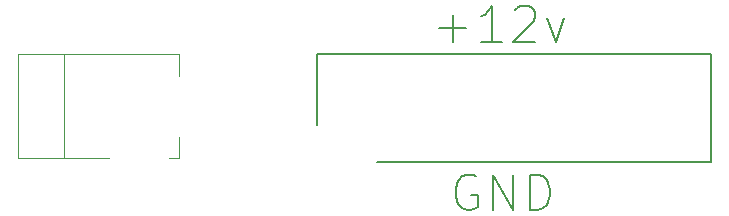
<source format=gbr>
%TF.GenerationSoftware,KiCad,Pcbnew,(5.1.6)-1*%
%TF.CreationDate,2021-12-15T21:29:54+00:00*%
%TF.ProjectId,elegoo_mars_heater,656c6567-6f6f-45f6-9d61-72735f686561,rev?*%
%TF.SameCoordinates,Original*%
%TF.FileFunction,Legend,Top*%
%TF.FilePolarity,Positive*%
%FSLAX46Y46*%
G04 Gerber Fmt 4.6, Leading zero omitted, Abs format (unit mm)*
G04 Created by KiCad (PCBNEW (5.1.6)-1) date 2021-12-15 21:29:54*
%MOMM*%
%LPD*%
G01*
G04 APERTURE LIST*
%ADD10C,0.150000*%
%ADD11C,0.120000*%
%ADD12C,0.200000*%
G04 APERTURE END LIST*
D10*
X51214285Y-29500000D02*
X50928571Y-29357142D01*
X50500000Y-29357142D01*
X50071428Y-29500000D01*
X49785714Y-29785714D01*
X49642857Y-30071428D01*
X49500000Y-30642857D01*
X49500000Y-31071428D01*
X49642857Y-31642857D01*
X49785714Y-31928571D01*
X50071428Y-32214285D01*
X50500000Y-32357142D01*
X50785714Y-32357142D01*
X51214285Y-32214285D01*
X51357142Y-32071428D01*
X51357142Y-31071428D01*
X50785714Y-31071428D01*
X52642857Y-32357142D02*
X52642857Y-29357142D01*
X54357142Y-32357142D01*
X54357142Y-29357142D01*
X55785714Y-32357142D02*
X55785714Y-29357142D01*
X56500000Y-29357142D01*
X56928571Y-29500000D01*
X57214285Y-29785714D01*
X57357142Y-30071428D01*
X57500000Y-30642857D01*
X57500000Y-31071428D01*
X57357142Y-31642857D01*
X57214285Y-31928571D01*
X56928571Y-32214285D01*
X56500000Y-32357142D01*
X55785714Y-32357142D01*
X48107142Y-16964285D02*
X50392857Y-16964285D01*
X49250000Y-18107142D02*
X49250000Y-15821428D01*
X53392857Y-18107142D02*
X51678571Y-18107142D01*
X52535714Y-18107142D02*
X52535714Y-15107142D01*
X52250000Y-15535714D01*
X51964285Y-15821428D01*
X51678571Y-15964285D01*
X54535714Y-15392857D02*
X54678571Y-15250000D01*
X54964285Y-15107142D01*
X55678571Y-15107142D01*
X55964285Y-15250000D01*
X56107142Y-15392857D01*
X56250000Y-15678571D01*
X56250000Y-15964285D01*
X56107142Y-16392857D01*
X54392857Y-18107142D01*
X56250000Y-18107142D01*
X57250000Y-16107142D02*
X57964285Y-18107142D01*
X58678571Y-16107142D01*
D11*
%TO.C,J1*%
X16350000Y-19188000D02*
X16350000Y-27988000D01*
X20150000Y-27988000D02*
X12450000Y-27988000D01*
X12450000Y-27988000D02*
X12450000Y-19188000D01*
X12450000Y-19188000D02*
X12650000Y-19188000D01*
X26050000Y-26138000D02*
X26050000Y-27988000D01*
X26050000Y-27988000D02*
X25200000Y-27988000D01*
X12550000Y-19188000D02*
X26050000Y-19188000D01*
X26050000Y-19188000D02*
X26050000Y-21038000D01*
D12*
%TO.C,J2*%
X42880000Y-28333000D02*
X71120000Y-28333000D01*
X71120000Y-28333000D02*
X71120000Y-19183000D01*
X71120000Y-19183000D02*
X37800000Y-19183000D01*
X37800000Y-19183000D02*
X37800000Y-25128000D01*
%TD*%
M02*

</source>
